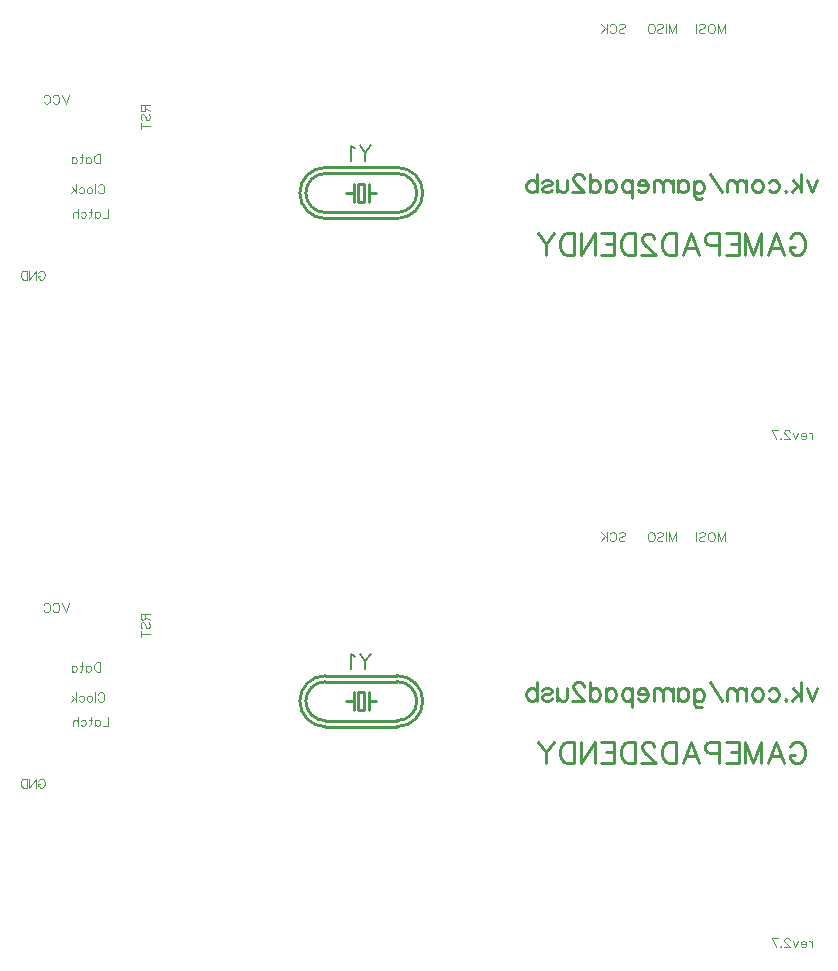
<source format=gbo>
G04 DipTrace 3.3.1.1*
G04 bottom_silk_dendy_gamepad_Remastered_rev2.7.gbo*
%MOMM*%
G04 #@! TF.FileFunction,Legend,Bot*
G04 #@! TF.Part,Single*
%ADD10C,0.25*%
%ADD19C,0.11767*%
%ADD22C,0.2353*%
%ADD23C,0.2745*%
%ADD55C,0.19608*%
%FSLAX35Y35*%
G04*
G71*
G90*
G75*
G01*
G04 BotSilk*
%LPD*%
X7636361Y3038688D2*
D10*
X7026926D1*
X7636361Y3470285D2*
X7026926D1*
X7636361Y3089444D2*
X7026926D1*
Y3419529D2*
X7636361D1*
X7357045Y3330663D2*
X7306242D1*
Y3178310D1*
X7357045D1*
Y3330663D1*
X7268139D2*
Y3254487D1*
Y3178310D1*
X7395148Y3330663D2*
Y3254487D1*
Y3178310D1*
X7268139Y3254487D2*
X7204634D1*
X7395148D2*
X7458652D1*
X7636361Y3470285D2*
G02X7636361Y3038688I13J-215798D01*
G01*
X7026926D2*
G02X7026926Y3470285I-13J215798D01*
G01*
X7636361Y3419529D2*
G02X7636361Y3089444I173J-165043D01*
G01*
X7026926D2*
G02X7026926Y3419529I-173J165043D01*
G01*
X11148787Y1222267D2*
D19*
Y1171223D1*
Y1200367D2*
X11145080Y1211317D1*
X11137837Y1218643D1*
X11130510Y1222267D1*
X11119560D1*
X11096030Y1200367D2*
X11052313D1*
Y1207693D1*
X11055937Y1215023D1*
X11059560Y1218643D1*
X11066887Y1222267D1*
X11077837D1*
X11085080Y1218643D1*
X11092407Y1211317D1*
X11096030Y1200367D1*
Y1193123D1*
X11092407Y1182173D1*
X11085080Y1174930D1*
X11077837Y1171223D1*
X11066887D1*
X11059560Y1174930D1*
X11052313Y1182173D1*
X11028787Y1222267D2*
X11006887Y1171223D1*
X10985070Y1222267D1*
X10957833Y1229510D2*
Y1233133D1*
X10954210Y1240460D1*
X10950590Y1244080D1*
X10943260Y1247703D1*
X10928690D1*
X10921447Y1244080D1*
X10917823Y1240460D1*
X10914120Y1233133D1*
Y1225890D1*
X10917823Y1218560D1*
X10925067Y1207693D1*
X10961540Y1171223D1*
X10910497D1*
X10883343Y1178550D2*
X10886967Y1174843D1*
X10883343Y1171223D1*
X10879640Y1174843D1*
X10883343Y1178550D1*
X10841537Y1171223D2*
X10805067Y1247703D1*
X10856110D1*
X10963823Y2868853D2*
D23*
X10972277Y2885753D1*
X10989373Y2902853D1*
X11006277Y2911303D1*
X11040280D1*
X11057377Y2902853D1*
X11074280Y2885753D1*
X11082927Y2868853D1*
X11091380Y2843303D1*
Y2800653D1*
X11082927Y2775300D1*
X11074280Y2758200D1*
X11057377Y2741300D1*
X11040280Y2732650D1*
X11006277D1*
X10989373Y2741300D1*
X10972277Y2758200D1*
X10963823Y2775300D1*
Y2800653D1*
X11006277D1*
X10772720Y2732650D2*
X10840920Y2911303D1*
X10908923Y2732650D1*
X10883373Y2792203D2*
X10798270D1*
X10581813Y2732650D2*
Y2911303D1*
X10649817Y2732650D1*
X10717820Y2911303D1*
Y2732650D1*
X10416460Y2911303D2*
X10526913D1*
Y2732650D1*
X10416460D1*
X10526913Y2826203D2*
X10458910D1*
X10361557Y2817753D2*
X10284907D1*
X10259553Y2826203D1*
X10250907Y2834850D1*
X10242453Y2851753D1*
Y2877303D1*
X10250907Y2894207D1*
X10259553Y2902853D1*
X10284907Y2911303D1*
X10361557D1*
Y2732650D1*
X10051350D2*
X10119550Y2911303D1*
X10187553Y2732650D1*
X10162003Y2792203D2*
X10076900D1*
X9996450Y2911303D2*
Y2732650D1*
X9936897D1*
X9911347Y2741300D1*
X9894250Y2758200D1*
X9885797Y2775300D1*
X9877347Y2800653D1*
Y2843303D1*
X9885797Y2868853D1*
X9894250Y2885753D1*
X9911347Y2902853D1*
X9936897Y2911303D1*
X9996450D1*
X9813797Y2868657D2*
Y2877107D1*
X9805347Y2894207D1*
X9796893Y2902657D1*
X9779797Y2911110D1*
X9745793D1*
X9728893Y2902657D1*
X9720440Y2894207D1*
X9711793Y2877107D1*
Y2860203D1*
X9720440Y2843107D1*
X9737343Y2817753D1*
X9822443Y2732650D1*
X9703343D1*
X9648440Y2911303D2*
Y2732650D1*
X9588890D1*
X9563340Y2741300D1*
X9546240Y2758200D1*
X9537790Y2775300D1*
X9529340Y2800653D1*
Y2843303D1*
X9537790Y2868853D1*
X9546240Y2885753D1*
X9563340Y2902853D1*
X9588890Y2911303D1*
X9648440D1*
X9363980D2*
X9474437D1*
Y2732650D1*
X9363980D1*
X9474437Y2826203D2*
X9406433D1*
X9189977Y2911303D2*
Y2732650D1*
X9309080Y2911303D1*
Y2732650D1*
X9135077Y2911303D2*
Y2732650D1*
X9075523D1*
X9049973Y2741300D1*
X9032877Y2758200D1*
X9024423Y2775300D1*
X9015973Y2800653D1*
Y2843303D1*
X9024423Y2868853D1*
X9032877Y2885753D1*
X9049973Y2902853D1*
X9075523Y2911303D1*
X9135077D1*
X8961070D2*
X8893070Y2826203D1*
Y2732650D1*
X8825067Y2911303D2*
X8893070Y2826203D1*
X11192097Y3361880D2*
D22*
X11148297Y3259790D1*
X11104663Y3361880D1*
X11057603Y3412923D2*
Y3259790D1*
X10984660Y3361880D2*
X11057603Y3288937D1*
X11028460Y3318080D2*
X10977417Y3259790D1*
X10923113Y3274447D2*
X10930360Y3267037D1*
X10923113Y3259790D1*
X10915703Y3267037D1*
X10923113Y3274447D1*
X10781043Y3339980D2*
X10795700Y3354637D1*
X10810357Y3361880D1*
X10832087D1*
X10846743Y3354637D1*
X10861230Y3339980D1*
X10868643Y3318080D1*
Y3303590D1*
X10861230Y3281690D1*
X10846743Y3267203D1*
X10832087Y3259790D1*
X10810357D1*
X10795700Y3267203D1*
X10781043Y3281690D1*
X10697597Y3361880D2*
X10712083Y3354637D1*
X10726740Y3339980D1*
X10733983Y3318080D1*
Y3303590D1*
X10726740Y3281690D1*
X10712083Y3267203D1*
X10697597Y3259790D1*
X10675697D1*
X10661040Y3267203D1*
X10646553Y3281690D1*
X10639140Y3303590D1*
Y3318080D1*
X10646553Y3339980D1*
X10661040Y3354637D1*
X10675697Y3361880D1*
X10697597D1*
X10592080D2*
Y3259790D1*
Y3332737D2*
X10570180Y3354637D1*
X10555527Y3361880D1*
X10533793D1*
X10519137Y3354637D1*
X10511893Y3332737D1*
Y3259790D1*
Y3332737D2*
X10489993Y3354637D1*
X10475337Y3361880D1*
X10453607D1*
X10438950Y3354637D1*
X10431537Y3332737D1*
Y3259790D1*
X10384480D2*
X10282390Y3412753D1*
X10147900Y3354637D2*
Y3237890D1*
X10155143Y3216160D1*
X10162390Y3208747D1*
X10177043Y3201503D1*
X10198943D1*
X10213433Y3208747D1*
X10147900Y3332737D2*
X10162390Y3347223D1*
X10177043Y3354637D1*
X10198943D1*
X10213433Y3347223D1*
X10228090Y3332737D1*
X10235333Y3310837D1*
Y3296180D1*
X10228090Y3274447D1*
X10213433Y3259790D1*
X10198943Y3252550D1*
X10177043D1*
X10162390Y3259790D1*
X10147900Y3274447D1*
X10013410Y3361880D2*
Y3259790D1*
Y3339980D2*
X10027900Y3354637D1*
X10042553Y3361880D1*
X10064287D1*
X10078943Y3354637D1*
X10093430Y3339980D1*
X10100843Y3318080D1*
Y3303590D1*
X10093430Y3281690D1*
X10078943Y3267203D1*
X10064287Y3259790D1*
X10042553D1*
X10027900Y3267203D1*
X10013410Y3281690D1*
X9966350Y3361880D2*
Y3259790D1*
Y3332737D2*
X9944453Y3354637D1*
X9929797Y3361880D1*
X9908063D1*
X9893410Y3354637D1*
X9886163Y3332737D1*
Y3259790D1*
Y3332737D2*
X9864263Y3354637D1*
X9849610Y3361880D1*
X9827877D1*
X9813220Y3354637D1*
X9805810Y3332737D1*
Y3259790D1*
X9758750Y3318080D2*
X9671317D1*
Y3332737D1*
X9678560Y3347390D1*
X9685807Y3354637D1*
X9700460Y3361880D1*
X9722363D1*
X9736850Y3354637D1*
X9751507Y3339980D1*
X9758750Y3318080D1*
Y3303590D1*
X9751507Y3281690D1*
X9736850Y3267203D1*
X9722363Y3259790D1*
X9700460D1*
X9685807Y3267203D1*
X9671317Y3281690D1*
X9624260Y3361880D2*
Y3208747D1*
Y3339980D2*
X9609603Y3354467D1*
X9595113Y3361880D1*
X9573213D1*
X9558560Y3354467D1*
X9544073Y3339980D1*
X9536660Y3318080D1*
Y3303423D1*
X9544073Y3281690D1*
X9558560Y3267037D1*
X9573213Y3259790D1*
X9595113D1*
X9609603Y3267037D1*
X9624260Y3281690D1*
X9402170Y3361880D2*
Y3259790D1*
Y3339980D2*
X9416657Y3354637D1*
X9431313Y3361880D1*
X9453043D1*
X9467700Y3354637D1*
X9482187Y3339980D1*
X9489600Y3318080D1*
Y3303590D1*
X9482187Y3281690D1*
X9467700Y3267203D1*
X9453043Y3259790D1*
X9431313D1*
X9416657Y3267203D1*
X9402170Y3281690D1*
X9267680Y3412923D2*
Y3259790D1*
Y3339980D2*
X9282167Y3354637D1*
X9296820Y3361880D1*
X9318720D1*
X9333210Y3354637D1*
X9347867Y3339980D1*
X9355110Y3318080D1*
Y3303590D1*
X9347867Y3281690D1*
X9333210Y3267203D1*
X9318720Y3259790D1*
X9296820D1*
X9282167Y3267203D1*
X9267680Y3281690D1*
X9213207Y3376367D2*
Y3383610D1*
X9205963Y3398267D1*
X9198720Y3405510D1*
X9184063Y3412753D1*
X9154920D1*
X9140433Y3405510D1*
X9133187Y3398267D1*
X9125777Y3383610D1*
Y3369123D1*
X9133187Y3354467D1*
X9147677Y3332737D1*
X9220620Y3259790D1*
X9118533D1*
X9071473Y3361880D2*
Y3288937D1*
X9064230Y3267203D1*
X9049573Y3259790D1*
X9027673D1*
X9013187Y3267203D1*
X8991287Y3288937D1*
Y3361880D2*
Y3259790D1*
X8864040Y3339980D2*
X8871283Y3354637D1*
X8893183Y3361880D1*
X8915083D1*
X8936983Y3354637D1*
X8944227Y3339980D1*
X8936983Y3325490D1*
X8922327Y3318080D1*
X8885940Y3310837D1*
X8871283Y3303590D1*
X8864040Y3288937D1*
Y3281690D1*
X8871283Y3267203D1*
X8893183Y3259790D1*
X8915083D1*
X8936983Y3267203D1*
X8944227Y3281690D1*
X8816980Y3412923D2*
Y3259790D1*
Y3339980D2*
X8802323Y3354637D1*
X8787837Y3361880D1*
X8765937D1*
X8751450Y3354637D1*
X8736793Y3339980D1*
X8729550Y3318080D1*
Y3303590D1*
X8736793Y3281690D1*
X8751450Y3267203D1*
X8765937Y3259790D1*
X8787837D1*
X8802323Y3267203D1*
X8816980Y3281690D1*
X7415056Y3656272D2*
D55*
X7366483Y3595485D1*
Y3528662D1*
X7317910Y3656272D2*
X7366483Y3595485D1*
X7278694Y3631845D2*
X7266481Y3638022D1*
X7248231Y3656131D1*
Y3528662D1*
X9513124Y4674115D2*
D19*
X9520368Y4681443D1*
X9531318Y4685065D1*
X9545890D1*
X9556840Y4681443D1*
X9564168Y4674115D1*
Y4666871D1*
X9560462Y4659543D1*
X9556840Y4655921D1*
X9549596Y4652299D1*
X9527696Y4644971D1*
X9520368Y4641349D1*
X9516746Y4637643D1*
X9513124Y4630399D1*
Y4619449D1*
X9520368Y4612205D1*
X9531318Y4608499D1*
X9545890D1*
X9556840Y4612205D1*
X9564168Y4619449D1*
X9434929Y4666871D2*
X9438551Y4674115D1*
X9445879Y4681443D1*
X9453123Y4685065D1*
X9467695D1*
X9475023Y4681443D1*
X9482267Y4674115D1*
X9485973Y4666871D1*
X9489595Y4655921D1*
Y4637643D1*
X9485973Y4626777D1*
X9482267Y4619449D1*
X9475023Y4612205D1*
X9467695Y4608499D1*
X9453123D1*
X9445879Y4612205D1*
X9438551Y4619449D1*
X9434929Y4626777D1*
X9411400Y4685065D2*
Y4608499D1*
X9360356Y4685065D2*
X9411400Y4634021D1*
X9393206Y4652299D2*
X9360356Y4608499D1*
X10348665D2*
Y4685065D1*
X10377809Y4608499D1*
X10406953Y4685065D1*
Y4608499D1*
X10303236Y4685065D2*
X10310564Y4681443D1*
X10317808Y4674115D1*
X10321514Y4666871D1*
X10325136Y4655921D1*
Y4637643D1*
X10321514Y4626777D1*
X10317808Y4619449D1*
X10310564Y4612205D1*
X10303236Y4608499D1*
X10288664D1*
X10281420Y4612205D1*
X10274092Y4619449D1*
X10270470Y4626777D1*
X10266848Y4637643D1*
Y4655921D1*
X10270470Y4666871D1*
X10274092Y4674115D1*
X10281420Y4681443D1*
X10288664Y4685065D1*
X10303236D1*
X10192275Y4674115D2*
X10199519Y4681443D1*
X10210469Y4685065D1*
X10225041D1*
X10235991Y4681443D1*
X10243319Y4674115D1*
Y4666871D1*
X10239613Y4659543D1*
X10235991Y4655921D1*
X10228747Y4652299D1*
X10206847Y4644971D1*
X10199519Y4641349D1*
X10195897Y4637643D1*
X10192275Y4630399D1*
Y4619449D1*
X10199519Y4612205D1*
X10210469Y4608499D1*
X10225041D1*
X10235991Y4612205D1*
X10243319Y4619449D1*
X10168746Y4685065D2*
Y4608499D1*
X9935872D2*
Y4685065D1*
X9965016Y4608499D1*
X9994160Y4685065D1*
Y4608499D1*
X9912343Y4685065D2*
Y4608499D1*
X9837769Y4674115D2*
X9845013Y4681443D1*
X9855963Y4685065D1*
X9870535D1*
X9881485Y4681443D1*
X9888813Y4674115D1*
Y4666871D1*
X9885107Y4659543D1*
X9881485Y4655921D1*
X9874241Y4652299D1*
X9852341Y4644971D1*
X9845013Y4641349D1*
X9841391Y4637643D1*
X9837769Y4630399D1*
Y4619449D1*
X9845013Y4612205D1*
X9855963Y4608499D1*
X9870535D1*
X9881485Y4612205D1*
X9888813Y4619449D1*
X9792340Y4685065D2*
X9799668Y4681443D1*
X9806912Y4674115D1*
X9810618Y4666871D1*
X9814240Y4655921D1*
Y4637643D1*
X9810618Y4626777D1*
X9806912Y4619449D1*
X9799668Y4612205D1*
X9792340Y4608499D1*
X9777768D1*
X9770524Y4612205D1*
X9763196Y4619449D1*
X9759574Y4626777D1*
X9755952Y4637643D1*
Y4655921D1*
X9759574Y4666871D1*
X9763196Y4674115D1*
X9770524Y4681443D1*
X9777768Y4685065D1*
X9792340D1*
X5500760Y3996083D2*
Y3963317D1*
X5497054Y3952367D1*
X5493432Y3948661D1*
X5486189Y3945039D1*
X5478860D1*
X5471617Y3948661D1*
X5467910Y3952367D1*
X5464289Y3963317D1*
Y3996083D1*
X5540854D1*
X5500760Y3970561D2*
X5540854Y3945039D1*
X5475239Y3870466D2*
X5467910Y3877710D1*
X5464289Y3888660D1*
Y3903232D1*
X5467910Y3914182D1*
X5475239Y3921510D1*
X5482482D1*
X5489810Y3917803D1*
X5493432Y3914181D1*
X5497054Y3906938D1*
X5504382Y3885038D1*
X5508004Y3877710D1*
X5511710Y3874088D1*
X5518954Y3870466D1*
X5529904D1*
X5537148Y3877710D1*
X5540854Y3888659D1*
Y3903231D1*
X5537148Y3914181D1*
X5529904Y3921509D1*
X5464288Y3821415D2*
X5540854Y3821414D1*
X5464289Y3846936D2*
X5464288Y3795893D1*
X4856317Y4085982D2*
X4827173Y4009416D1*
X4798029Y4085982D1*
X4719834Y4067788D2*
X4723456Y4075032D1*
X4730784Y4082360D1*
X4738028Y4085982D1*
X4752600D1*
X4759928Y4082360D1*
X4767172Y4075032D1*
X4770878Y4067788D1*
X4774500Y4056838D1*
Y4038560D1*
X4770878Y4027694D1*
X4767172Y4020366D1*
X4759928Y4013122D1*
X4752600Y4009416D1*
X4738028D1*
X4730784Y4013122D1*
X4723456Y4020366D1*
X4719834Y4027694D1*
X4641639Y4067788D2*
X4645261Y4075032D1*
X4652589Y4082360D1*
X4659833Y4085982D1*
X4674405D1*
X4681733Y4082360D1*
X4688977Y4075032D1*
X4692683Y4067788D1*
X4696305Y4056838D1*
Y4038560D1*
X4692683Y4027694D1*
X4688977Y4020366D1*
X4681733Y4013122D1*
X4674405Y4009416D1*
X4659833D1*
X4652589Y4013122D1*
X4645261Y4020366D1*
X4641639Y4027694D1*
X5117996Y3581658D2*
Y3505093D1*
X5092475D1*
X5081525Y3508799D1*
X5074196Y3516043D1*
X5070575Y3523371D1*
X5066953Y3534236D1*
Y3552514D1*
X5070575Y3563464D1*
X5074196Y3570708D1*
X5081525Y3578036D1*
X5092475Y3581658D1*
X5117996D1*
X4999707Y3556136D2*
Y3505093D1*
Y3545186D2*
X5006951Y3552514D1*
X5014279Y3556136D1*
X5025145D1*
X5032473Y3552514D1*
X5039717Y3545186D1*
X5043423Y3534236D1*
Y3526993D1*
X5039717Y3516043D1*
X5032473Y3508799D1*
X5025145Y3505093D1*
X5014279D1*
X5006951Y3508799D1*
X4999707Y3516043D1*
X4965228Y3581658D2*
Y3519664D1*
X4961606Y3508799D1*
X4954278Y3505093D1*
X4947034D1*
X4976178Y3556136D2*
X4950656D1*
X4879789D2*
Y3505093D1*
Y3545186D2*
X4887033Y3552514D1*
X4894361Y3556136D1*
X4905227D1*
X4912555Y3552514D1*
X4919799Y3545186D1*
X4923505Y3534236D1*
Y3526993D1*
X4919799Y3516043D1*
X4912555Y3508799D1*
X4905227Y3505093D1*
X4894361D1*
X4887033Y3508799D1*
X4879789Y3516043D1*
X5101492Y3309438D2*
X5105114Y3316682D1*
X5112442Y3324010D1*
X5119686Y3327632D1*
X5134258D1*
X5141586Y3324010D1*
X5148830Y3316682D1*
X5152536Y3309438D1*
X5156158Y3298488D1*
Y3280210D1*
X5152536Y3269344D1*
X5148830Y3262016D1*
X5141586Y3254772D1*
X5134258Y3251066D1*
X5119686D1*
X5112442Y3254772D1*
X5105114Y3262016D1*
X5101492Y3269344D1*
X5077963Y3327632D2*
Y3251066D1*
X5036240Y3302110D2*
X5043484Y3298488D1*
X5050812Y3291160D1*
X5054434Y3280210D1*
Y3272966D1*
X5050812Y3262016D1*
X5043484Y3254772D1*
X5036240Y3251066D1*
X5025290D1*
X5017962Y3254772D1*
X5010718Y3262016D1*
X5007012Y3272966D1*
Y3280210D1*
X5010718Y3291160D1*
X5017962Y3298488D1*
X5025290Y3302110D1*
X5036240D1*
X4939682Y3291160D2*
X4947010Y3298488D1*
X4954338Y3302110D1*
X4965204D1*
X4972532Y3298488D1*
X4979776Y3291160D1*
X4983482Y3280210D1*
Y3272966D1*
X4979776Y3262016D1*
X4972532Y3254772D1*
X4965204Y3251066D1*
X4954338D1*
X4947010Y3254772D1*
X4939682Y3262016D1*
X4916153Y3327632D2*
Y3251066D1*
X4879681Y3302110D2*
X4916153Y3265638D1*
X4901581Y3280210D2*
X4876059Y3251066D1*
X4596536Y2579111D2*
X4600157Y2586355D1*
X4607486Y2593683D1*
X4614729Y2597305D1*
X4629301D1*
X4636629Y2593683D1*
X4643873Y2586355D1*
X4647579Y2579111D1*
X4651201Y2568161D1*
Y2549883D1*
X4647579Y2539017D1*
X4643873Y2531689D1*
X4636629Y2524445D1*
X4629301Y2520739D1*
X4614729D1*
X4607486Y2524445D1*
X4600157Y2531689D1*
X4596536Y2539017D1*
Y2549883D1*
X4614729D1*
X4521962Y2597305D2*
Y2520739D1*
X4573006Y2597305D1*
Y2520739D1*
X4498433Y2597305D2*
Y2520739D1*
X4472911D1*
X4461961Y2524445D1*
X4454633Y2531689D1*
X4451011Y2539017D1*
X4447389Y2549883D1*
Y2568161D1*
X4451011Y2579111D1*
X4454633Y2586355D1*
X4461961Y2593683D1*
X4472911Y2597305D1*
X4498433D1*
X5186523Y3121235D2*
Y3044669D1*
X5142807D1*
X5075562Y3095713D2*
Y3044669D1*
Y3084763D2*
X5082805Y3092091D1*
X5090134Y3095713D1*
X5100999D1*
X5108327Y3092091D1*
X5115571Y3084763D1*
X5119277Y3073813D1*
Y3066569D1*
X5115571Y3055619D1*
X5108327Y3048375D1*
X5100999Y3044669D1*
X5090134D1*
X5082805Y3048375D1*
X5075562Y3055619D1*
X5041082Y3121235D2*
Y3059241D1*
X5037460Y3048375D1*
X5030132Y3044669D1*
X5022888D1*
X5052032Y3095713D2*
X5026510D1*
X4955559Y3084763D2*
X4962887Y3092091D1*
X4970215Y3095713D1*
X4981081D1*
X4988409Y3092091D1*
X4995653Y3084763D1*
X4999359Y3073813D1*
Y3066569D1*
X4995653Y3055619D1*
X4988409Y3048375D1*
X4981081Y3044669D1*
X4970215D1*
X4962887Y3048375D1*
X4955559Y3055619D1*
X4932030Y3121235D2*
Y3044669D1*
Y3081141D2*
X4921080Y3092091D1*
X4913751Y3095713D1*
X4902801D1*
X4895558Y3092091D1*
X4891936Y3081141D1*
Y3044669D1*
X7636361Y7341265D2*
D10*
X7026926D1*
X7636361Y7772862D2*
X7026926D1*
X7636361Y7392021D2*
X7026926D1*
Y7722106D2*
X7636361D1*
X7357045Y7633240D2*
X7306242D1*
Y7480887D1*
X7357045D1*
Y7633240D1*
X7268139D2*
Y7557063D1*
Y7480887D1*
X7395148Y7633240D2*
Y7557063D1*
Y7480887D1*
X7268139Y7557063D2*
X7204634D1*
X7395148D2*
X7458652D1*
X7636361Y7772862D2*
G02X7636361Y7341265I13J-215798D01*
G01*
X7026926D2*
G02X7026926Y7772862I-13J215798D01*
G01*
X7636361Y7722106D2*
G02X7636361Y7392021I173J-165043D01*
G01*
X7026926D2*
G02X7026926Y7722106I-173J165043D01*
G01*
X11148787Y5524843D2*
D19*
Y5473800D1*
Y5502943D2*
X11145080Y5513893D1*
X11137837Y5521220D1*
X11130510Y5524843D1*
X11119560D1*
X11096030Y5502943D2*
X11052313D1*
Y5510270D1*
X11055937Y5517600D1*
X11059560Y5521220D1*
X11066887Y5524843D1*
X11077837D1*
X11085080Y5521220D1*
X11092407Y5513893D1*
X11096030Y5502943D1*
Y5495700D1*
X11092407Y5484750D1*
X11085080Y5477507D1*
X11077837Y5473800D1*
X11066887D1*
X11059560Y5477507D1*
X11052313Y5484750D1*
X11028787Y5524843D2*
X11006887Y5473800D1*
X10985070Y5524843D1*
X10957833Y5532087D2*
Y5535710D1*
X10954210Y5543037D1*
X10950590Y5546657D1*
X10943260Y5550280D1*
X10928690D1*
X10921447Y5546657D1*
X10917823Y5543037D1*
X10914120Y5535710D1*
Y5528467D1*
X10917823Y5521137D1*
X10925067Y5510270D1*
X10961540Y5473800D1*
X10910497D1*
X10883343Y5481127D2*
X10886967Y5477420D1*
X10883343Y5473800D1*
X10879640Y5477420D1*
X10883343Y5481127D1*
X10841537Y5473800D2*
X10805067Y5550280D1*
X10856110D1*
X10963823Y7171430D2*
D23*
X10972277Y7188330D1*
X10989373Y7205430D1*
X11006277Y7213880D1*
X11040280D1*
X11057377Y7205430D1*
X11074280Y7188330D1*
X11082927Y7171430D1*
X11091380Y7145880D1*
Y7103230D1*
X11082927Y7077877D1*
X11074280Y7060777D1*
X11057377Y7043877D1*
X11040280Y7035227D1*
X11006277D1*
X10989373Y7043877D1*
X10972277Y7060777D1*
X10963823Y7077877D1*
Y7103230D1*
X11006277D1*
X10772720Y7035227D2*
X10840920Y7213880D1*
X10908923Y7035227D1*
X10883373Y7094780D2*
X10798270D1*
X10581813Y7035227D2*
Y7213880D1*
X10649817Y7035227D1*
X10717820Y7213880D1*
Y7035227D1*
X10416460Y7213880D2*
X10526913D1*
Y7035227D1*
X10416460D1*
X10526913Y7128780D2*
X10458910D1*
X10361557Y7120330D2*
X10284907D1*
X10259553Y7128780D1*
X10250907Y7137427D1*
X10242453Y7154330D1*
Y7179880D1*
X10250907Y7196783D1*
X10259553Y7205430D1*
X10284907Y7213880D1*
X10361557D1*
Y7035227D1*
X10051350D2*
X10119550Y7213880D1*
X10187553Y7035227D1*
X10162003Y7094780D2*
X10076900D1*
X9996450Y7213880D2*
Y7035227D1*
X9936897D1*
X9911347Y7043877D1*
X9894250Y7060777D1*
X9885797Y7077877D1*
X9877347Y7103230D1*
Y7145880D1*
X9885797Y7171430D1*
X9894250Y7188330D1*
X9911347Y7205430D1*
X9936897Y7213880D1*
X9996450D1*
X9813797Y7171233D2*
Y7179683D1*
X9805347Y7196783D1*
X9796893Y7205233D1*
X9779797Y7213687D1*
X9745793D1*
X9728893Y7205233D1*
X9720440Y7196783D1*
X9711793Y7179683D1*
Y7162780D1*
X9720440Y7145683D1*
X9737343Y7120330D1*
X9822443Y7035227D1*
X9703343D1*
X9648440Y7213880D2*
Y7035227D1*
X9588890D1*
X9563340Y7043877D1*
X9546240Y7060777D1*
X9537790Y7077877D1*
X9529340Y7103230D1*
Y7145880D1*
X9537790Y7171430D1*
X9546240Y7188330D1*
X9563340Y7205430D1*
X9588890Y7213880D1*
X9648440D1*
X9363980D2*
X9474437D1*
Y7035227D1*
X9363980D1*
X9474437Y7128780D2*
X9406433D1*
X9189977Y7213880D2*
Y7035227D1*
X9309080Y7213880D1*
Y7035227D1*
X9135077Y7213880D2*
Y7035227D1*
X9075523D1*
X9049973Y7043877D1*
X9032877Y7060777D1*
X9024423Y7077877D1*
X9015973Y7103230D1*
Y7145880D1*
X9024423Y7171430D1*
X9032877Y7188330D1*
X9049973Y7205430D1*
X9075523Y7213880D1*
X9135077D1*
X8961070D2*
X8893070Y7128780D1*
Y7035227D1*
X8825067Y7213880D2*
X8893070Y7128780D1*
X11192097Y7664457D2*
D22*
X11148297Y7562367D1*
X11104663Y7664457D1*
X11057603Y7715500D2*
Y7562367D1*
X10984660Y7664457D2*
X11057603Y7591513D1*
X11028460Y7620657D2*
X10977417Y7562367D1*
X10923113Y7577023D2*
X10930360Y7569613D1*
X10923113Y7562367D1*
X10915703Y7569613D1*
X10923113Y7577023D1*
X10781043Y7642557D2*
X10795700Y7657213D1*
X10810357Y7664457D1*
X10832087D1*
X10846743Y7657213D1*
X10861230Y7642557D1*
X10868643Y7620657D1*
Y7606167D1*
X10861230Y7584267D1*
X10846743Y7569780D1*
X10832087Y7562367D1*
X10810357D1*
X10795700Y7569780D1*
X10781043Y7584267D1*
X10697597Y7664457D2*
X10712083Y7657213D1*
X10726740Y7642557D1*
X10733983Y7620657D1*
Y7606167D1*
X10726740Y7584267D1*
X10712083Y7569780D1*
X10697597Y7562367D1*
X10675697D1*
X10661040Y7569780D1*
X10646553Y7584267D1*
X10639140Y7606167D1*
Y7620657D1*
X10646553Y7642557D1*
X10661040Y7657213D1*
X10675697Y7664457D1*
X10697597D1*
X10592080D2*
Y7562367D1*
Y7635313D2*
X10570180Y7657213D1*
X10555527Y7664457D1*
X10533793D1*
X10519137Y7657213D1*
X10511893Y7635313D1*
Y7562367D1*
Y7635313D2*
X10489993Y7657213D1*
X10475337Y7664457D1*
X10453607D1*
X10438950Y7657213D1*
X10431537Y7635313D1*
Y7562367D1*
X10384480D2*
X10282390Y7715330D1*
X10147900Y7657213D2*
Y7540467D1*
X10155143Y7518737D1*
X10162390Y7511323D1*
X10177043Y7504080D1*
X10198943D1*
X10213433Y7511323D1*
X10147900Y7635313D2*
X10162390Y7649800D1*
X10177043Y7657213D1*
X10198943D1*
X10213433Y7649800D1*
X10228090Y7635313D1*
X10235333Y7613413D1*
Y7598757D1*
X10228090Y7577023D1*
X10213433Y7562367D1*
X10198943Y7555127D1*
X10177043D1*
X10162390Y7562367D1*
X10147900Y7577023D1*
X10013410Y7664457D2*
Y7562367D1*
Y7642557D2*
X10027900Y7657213D1*
X10042553Y7664457D1*
X10064287D1*
X10078943Y7657213D1*
X10093430Y7642557D1*
X10100843Y7620657D1*
Y7606167D1*
X10093430Y7584267D1*
X10078943Y7569780D1*
X10064287Y7562367D1*
X10042553D1*
X10027900Y7569780D1*
X10013410Y7584267D1*
X9966350Y7664457D2*
Y7562367D1*
Y7635313D2*
X9944453Y7657213D1*
X9929797Y7664457D1*
X9908063D1*
X9893410Y7657213D1*
X9886163Y7635313D1*
Y7562367D1*
Y7635313D2*
X9864263Y7657213D1*
X9849610Y7664457D1*
X9827877D1*
X9813220Y7657213D1*
X9805810Y7635313D1*
Y7562367D1*
X9758750Y7620657D2*
X9671317D1*
Y7635313D1*
X9678560Y7649967D1*
X9685807Y7657213D1*
X9700460Y7664457D1*
X9722363D1*
X9736850Y7657213D1*
X9751507Y7642557D1*
X9758750Y7620657D1*
Y7606167D1*
X9751507Y7584267D1*
X9736850Y7569780D1*
X9722363Y7562367D1*
X9700460D1*
X9685807Y7569780D1*
X9671317Y7584267D1*
X9624260Y7664457D2*
Y7511323D1*
Y7642557D2*
X9609603Y7657043D1*
X9595113Y7664457D1*
X9573213D1*
X9558560Y7657043D1*
X9544073Y7642557D1*
X9536660Y7620657D1*
Y7606000D1*
X9544073Y7584267D1*
X9558560Y7569613D1*
X9573213Y7562367D1*
X9595113D1*
X9609603Y7569613D1*
X9624260Y7584267D1*
X9402170Y7664457D2*
Y7562367D1*
Y7642557D2*
X9416657Y7657213D1*
X9431313Y7664457D1*
X9453043D1*
X9467700Y7657213D1*
X9482187Y7642557D1*
X9489600Y7620657D1*
Y7606167D1*
X9482187Y7584267D1*
X9467700Y7569780D1*
X9453043Y7562367D1*
X9431313D1*
X9416657Y7569780D1*
X9402170Y7584267D1*
X9267680Y7715500D2*
Y7562367D1*
Y7642557D2*
X9282167Y7657213D1*
X9296820Y7664457D1*
X9318720D1*
X9333210Y7657213D1*
X9347867Y7642557D1*
X9355110Y7620657D1*
Y7606167D1*
X9347867Y7584267D1*
X9333210Y7569780D1*
X9318720Y7562367D1*
X9296820D1*
X9282167Y7569780D1*
X9267680Y7584267D1*
X9213207Y7678943D2*
Y7686187D1*
X9205963Y7700843D1*
X9198720Y7708087D1*
X9184063Y7715330D1*
X9154920D1*
X9140433Y7708087D1*
X9133187Y7700843D1*
X9125777Y7686187D1*
Y7671700D1*
X9133187Y7657043D1*
X9147677Y7635313D1*
X9220620Y7562367D1*
X9118533D1*
X9071473Y7664457D2*
Y7591513D1*
X9064230Y7569780D1*
X9049573Y7562367D1*
X9027673D1*
X9013187Y7569780D1*
X8991287Y7591513D1*
Y7664457D2*
Y7562367D1*
X8864040Y7642557D2*
X8871283Y7657213D1*
X8893183Y7664457D1*
X8915083D1*
X8936983Y7657213D1*
X8944227Y7642557D1*
X8936983Y7628067D1*
X8922327Y7620657D1*
X8885940Y7613413D1*
X8871283Y7606167D1*
X8864040Y7591513D1*
Y7584267D1*
X8871283Y7569780D1*
X8893183Y7562367D1*
X8915083D1*
X8936983Y7569780D1*
X8944227Y7584267D1*
X8816980Y7715500D2*
Y7562367D1*
Y7642557D2*
X8802323Y7657213D1*
X8787837Y7664457D1*
X8765937D1*
X8751450Y7657213D1*
X8736793Y7642557D1*
X8729550Y7620657D1*
Y7606167D1*
X8736793Y7584267D1*
X8751450Y7569780D1*
X8765937Y7562367D1*
X8787837D1*
X8802323Y7569780D1*
X8816980Y7584267D1*
X7415056Y7958848D2*
D55*
X7366483Y7898062D1*
Y7831239D1*
X7317910Y7958848D2*
X7366483Y7898062D1*
X7278694Y7934421D2*
X7266481Y7940598D1*
X7248231Y7958708D1*
Y7831239D1*
X9513124Y8976692D2*
D19*
X9520368Y8984020D1*
X9531318Y8987642D1*
X9545890D1*
X9556840Y8984020D1*
X9564168Y8976692D1*
Y8969448D1*
X9560462Y8962120D1*
X9556840Y8958498D1*
X9549596Y8954876D1*
X9527696Y8947548D1*
X9520368Y8943926D1*
X9516746Y8940220D1*
X9513124Y8932976D1*
Y8922026D1*
X9520368Y8914782D1*
X9531318Y8911076D1*
X9545890D1*
X9556840Y8914782D1*
X9564168Y8922026D1*
X9434929Y8969448D2*
X9438551Y8976692D1*
X9445879Y8984020D1*
X9453123Y8987642D1*
X9467695D1*
X9475023Y8984020D1*
X9482267Y8976692D1*
X9485973Y8969448D1*
X9489595Y8958498D1*
Y8940220D1*
X9485973Y8929354D1*
X9482267Y8922026D1*
X9475023Y8914782D1*
X9467695Y8911076D1*
X9453123D1*
X9445879Y8914782D1*
X9438551Y8922026D1*
X9434929Y8929354D1*
X9411400Y8987642D2*
Y8911076D1*
X9360356Y8987642D2*
X9411400Y8936598D1*
X9393206Y8954876D2*
X9360356Y8911076D1*
X10348665D2*
Y8987642D1*
X10377809Y8911076D1*
X10406953Y8987642D1*
Y8911076D1*
X10303236Y8987642D2*
X10310564Y8984020D1*
X10317808Y8976692D1*
X10321514Y8969448D1*
X10325136Y8958498D1*
Y8940220D1*
X10321514Y8929354D1*
X10317808Y8922026D1*
X10310564Y8914782D1*
X10303236Y8911076D1*
X10288664D1*
X10281420Y8914782D1*
X10274092Y8922026D1*
X10270470Y8929354D1*
X10266848Y8940220D1*
Y8958498D1*
X10270470Y8969448D1*
X10274092Y8976692D1*
X10281420Y8984020D1*
X10288664Y8987642D1*
X10303236D1*
X10192275Y8976692D2*
X10199519Y8984020D1*
X10210469Y8987642D1*
X10225041D1*
X10235991Y8984020D1*
X10243319Y8976692D1*
Y8969448D1*
X10239613Y8962120D1*
X10235991Y8958498D1*
X10228747Y8954876D1*
X10206847Y8947548D1*
X10199519Y8943926D1*
X10195897Y8940220D1*
X10192275Y8932976D1*
Y8922026D1*
X10199519Y8914782D1*
X10210469Y8911076D1*
X10225041D1*
X10235991Y8914782D1*
X10243319Y8922026D1*
X10168746Y8987642D2*
Y8911076D1*
X9935872D2*
Y8987642D1*
X9965016Y8911076D1*
X9994160Y8987642D1*
Y8911076D1*
X9912343Y8987642D2*
Y8911076D1*
X9837769Y8976692D2*
X9845013Y8984020D1*
X9855963Y8987642D1*
X9870535D1*
X9881485Y8984020D1*
X9888813Y8976692D1*
Y8969448D1*
X9885107Y8962120D1*
X9881485Y8958498D1*
X9874241Y8954876D1*
X9852341Y8947548D1*
X9845013Y8943926D1*
X9841391Y8940220D1*
X9837769Y8932976D1*
Y8922026D1*
X9845013Y8914782D1*
X9855963Y8911076D1*
X9870535D1*
X9881485Y8914782D1*
X9888813Y8922026D1*
X9792340Y8987642D2*
X9799668Y8984020D1*
X9806912Y8976692D1*
X9810618Y8969448D1*
X9814240Y8958498D1*
Y8940220D1*
X9810618Y8929354D1*
X9806912Y8922026D1*
X9799668Y8914782D1*
X9792340Y8911076D1*
X9777768D1*
X9770524Y8914782D1*
X9763196Y8922026D1*
X9759574Y8929354D1*
X9755952Y8940220D1*
Y8958498D1*
X9759574Y8969448D1*
X9763196Y8976692D1*
X9770524Y8984020D1*
X9777768Y8987642D1*
X9792340D1*
X5500760Y8298659D2*
Y8265894D1*
X5497054Y8254944D1*
X5493432Y8251238D1*
X5486189Y8247616D1*
X5478860D1*
X5471617Y8251238D1*
X5467910Y8254944D1*
X5464289Y8265894D1*
Y8298659D1*
X5540854D1*
X5500760Y8273138D2*
X5540854Y8247616D1*
X5475239Y8173042D2*
X5467910Y8180286D1*
X5464289Y8191236D1*
Y8205808D1*
X5467910Y8216758D1*
X5475239Y8224086D1*
X5482482D1*
X5489810Y8220380D1*
X5493432Y8216758D1*
X5497054Y8209514D1*
X5504382Y8187614D1*
X5508004Y8180286D1*
X5511710Y8176664D1*
X5518954Y8173042D1*
X5529904D1*
X5537148Y8180286D1*
X5540854Y8191236D1*
Y8205808D1*
X5537148Y8216758D1*
X5529904Y8224086D1*
X5464288Y8123991D2*
X5540854D1*
X5464289Y8149513D2*
X5464288Y8098469D1*
X4856317Y8388558D2*
X4827173Y8311993D1*
X4798029Y8388558D1*
X4719834Y8370364D2*
X4723456Y8377608D1*
X4730784Y8384936D1*
X4738028Y8388558D1*
X4752600D1*
X4759928Y8384936D1*
X4767172Y8377608D1*
X4770878Y8370364D1*
X4774500Y8359414D1*
Y8341136D1*
X4770878Y8330271D1*
X4767172Y8322943D1*
X4759928Y8315699D1*
X4752600Y8311993D1*
X4738028D1*
X4730784Y8315699D1*
X4723456Y8322943D1*
X4719834Y8330271D1*
X4641639Y8370364D2*
X4645261Y8377608D1*
X4652589Y8384936D1*
X4659833Y8388558D1*
X4674405D1*
X4681733Y8384936D1*
X4688977Y8377608D1*
X4692683Y8370364D1*
X4696305Y8359414D1*
Y8341136D1*
X4692683Y8330271D1*
X4688977Y8322943D1*
X4681733Y8315699D1*
X4674405Y8311993D1*
X4659833D1*
X4652589Y8315699D1*
X4645261Y8322943D1*
X4641639Y8330271D1*
X5117996Y7884235D2*
Y7807669D1*
X5092475D1*
X5081525Y7811375D1*
X5074196Y7818619D1*
X5070575Y7825947D1*
X5066953Y7836813D1*
Y7855091D1*
X5070575Y7866041D1*
X5074196Y7873285D1*
X5081525Y7880613D1*
X5092475Y7884235D1*
X5117996D1*
X4999707Y7858713D2*
Y7807669D1*
Y7847763D2*
X5006951Y7855091D1*
X5014279Y7858713D1*
X5025145D1*
X5032473Y7855091D1*
X5039717Y7847763D1*
X5043423Y7836813D1*
Y7829569D1*
X5039717Y7818619D1*
X5032473Y7811375D1*
X5025145Y7807669D1*
X5014279D1*
X5006951Y7811375D1*
X4999707Y7818619D1*
X4965228Y7884235D2*
Y7822241D1*
X4961606Y7811375D1*
X4954278Y7807669D1*
X4947034D1*
X4976178Y7858713D2*
X4950656D1*
X4879789D2*
Y7807669D1*
Y7847763D2*
X4887033Y7855091D1*
X4894361Y7858713D1*
X4905227D1*
X4912555Y7855091D1*
X4919799Y7847763D1*
X4923505Y7836813D1*
Y7829569D1*
X4919799Y7818619D1*
X4912555Y7811375D1*
X4905227Y7807669D1*
X4894361D1*
X4887033Y7811375D1*
X4879789Y7818619D1*
X5101492Y7612014D2*
X5105114Y7619258D1*
X5112442Y7626586D1*
X5119686Y7630208D1*
X5134258D1*
X5141586Y7626586D1*
X5148830Y7619258D1*
X5152536Y7612014D1*
X5156158Y7601064D1*
Y7582786D1*
X5152536Y7571921D1*
X5148830Y7564593D1*
X5141586Y7557349D1*
X5134258Y7553643D1*
X5119686D1*
X5112442Y7557349D1*
X5105114Y7564593D1*
X5101492Y7571921D1*
X5077963Y7630208D2*
Y7553643D1*
X5036240Y7604686D2*
X5043484Y7601064D1*
X5050812Y7593736D1*
X5054434Y7582786D1*
Y7575543D1*
X5050812Y7564593D1*
X5043484Y7557349D1*
X5036240Y7553643D1*
X5025290D1*
X5017962Y7557349D1*
X5010718Y7564593D1*
X5007012Y7575543D1*
Y7582786D1*
X5010718Y7593736D1*
X5017962Y7601064D1*
X5025290Y7604686D1*
X5036240D1*
X4939682Y7593736D2*
X4947010Y7601064D1*
X4954338Y7604686D1*
X4965204D1*
X4972532Y7601064D1*
X4979776Y7593736D1*
X4983482Y7582786D1*
Y7575543D1*
X4979776Y7564593D1*
X4972532Y7557349D1*
X4965204Y7553643D1*
X4954338D1*
X4947010Y7557349D1*
X4939682Y7564593D1*
X4916153Y7630208D2*
Y7553643D1*
X4879681Y7604686D2*
X4916153Y7568214D1*
X4901581Y7582786D2*
X4876059Y7553643D1*
X4596536Y6881688D2*
X4600157Y6888932D1*
X4607486Y6896260D1*
X4614729Y6899882D1*
X4629301D1*
X4636629Y6896260D1*
X4643873Y6888932D1*
X4647579Y6881688D1*
X4651201Y6870738D1*
Y6852460D1*
X4647579Y6841594D1*
X4643873Y6834266D1*
X4636629Y6827022D1*
X4629301Y6823316D1*
X4614729D1*
X4607486Y6827022D1*
X4600157Y6834266D1*
X4596536Y6841594D1*
Y6852460D1*
X4614729D1*
X4521962Y6899882D2*
Y6823316D1*
X4573006Y6899882D1*
Y6823316D1*
X4498433Y6899882D2*
Y6823316D1*
X4472911D1*
X4461961Y6827022D1*
X4454633Y6834266D1*
X4451011Y6841594D1*
X4447389Y6852460D1*
Y6870738D1*
X4451011Y6881688D1*
X4454633Y6888932D1*
X4461961Y6896260D1*
X4472911Y6899882D1*
X4498433D1*
X5186523Y7423812D2*
Y7347246D1*
X5142807D1*
X5075562Y7398290D2*
Y7347246D1*
Y7387340D2*
X5082805Y7394668D1*
X5090134Y7398290D1*
X5100999D1*
X5108327Y7394668D1*
X5115571Y7387340D1*
X5119277Y7376390D1*
Y7369146D1*
X5115571Y7358196D1*
X5108327Y7350952D1*
X5100999Y7347246D1*
X5090134D1*
X5082805Y7350952D1*
X5075562Y7358196D1*
X5041082Y7423812D2*
Y7361818D1*
X5037460Y7350952D1*
X5030132Y7347246D1*
X5022888D1*
X5052032Y7398290D2*
X5026510D1*
X4955559Y7387340D2*
X4962887Y7394668D1*
X4970215Y7398290D1*
X4981081D1*
X4988409Y7394668D1*
X4995653Y7387340D1*
X4999359Y7376390D1*
Y7369146D1*
X4995653Y7358196D1*
X4988409Y7350952D1*
X4981081Y7347246D1*
X4970215D1*
X4962887Y7350952D1*
X4955559Y7358196D1*
X4932030Y7423812D2*
Y7347246D1*
Y7383718D2*
X4921080Y7394668D1*
X4913751Y7398290D1*
X4902801D1*
X4895558Y7394668D1*
X4891936Y7383718D1*
Y7347246D1*
M02*

</source>
